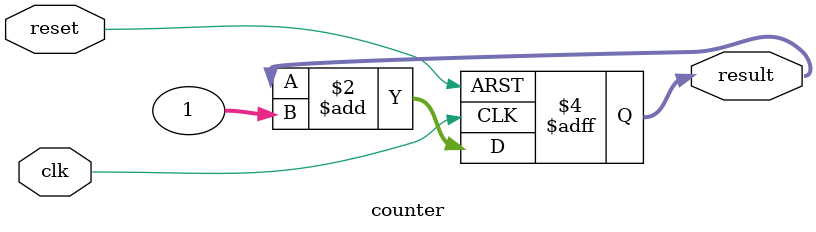
<source format=v>


module counter (
	clk,
	reset,
	result
);

	input clk;
	input reset;
	output [127:0] result;

	reg [127:0] result;

    initial begin
      result <= 0;
    end

	always @(posedge clk or posedge reset)
	begin
		if (reset) 
			result = 0;		
		else 
			result = result + 1;
	end
endmodule		

</source>
